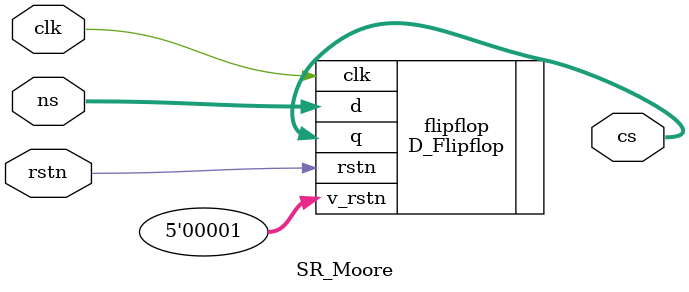
<source format=v>
`timescale 1ns / 1ps

//独热码
module SR_Moore(
    input [4:0] ns,
    input clk,
    input rstn,
    output [4:0]cs
    );
    D_Flipflop #(5) flipflop
    (
        .d (ns),
        .clk (clk),
        .rstn (rstn),
        .v_rstn (5'b00001),
        .q (cs)
    );
endmodule

</source>
